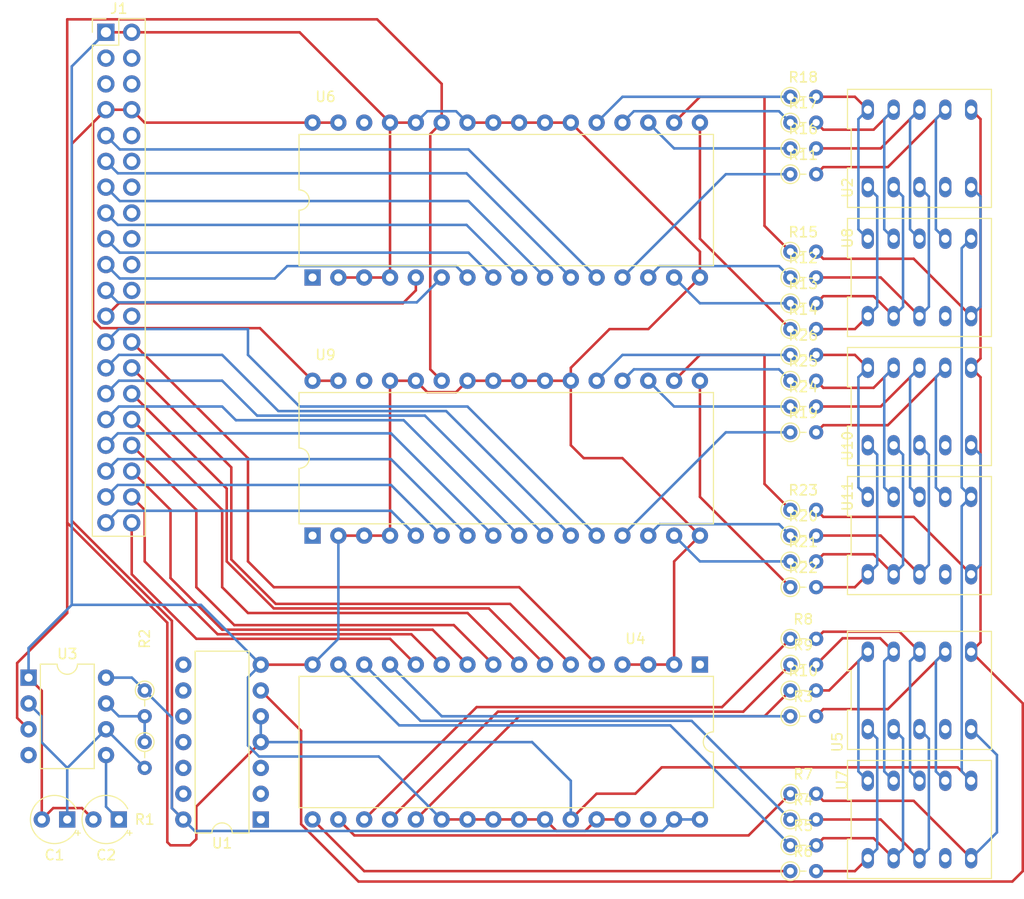
<source format=kicad_pcb>
(kicad_pcb (version 20211014) (generator pcbnew)
  (layers (0 "F.Cu" signal) (31 "B.Cu" signal) (34 "B.Paste" user) (35 "F.Paste" user) (36 "B.SilkS" user "B.Silkscreen") (37 "F.SilkS" user "F.Silkscreen") (38 "B.Mask" user) (39 "F.Mask" user) (44 "Edge.Cuts" user))
  (net 0 "")
  (net 1 "GND")
  (net 2 "Net-(C1-Pad1)")
  (net 4 "Net-(R1-Pad1)")
  (net 5 "+5V")
  (net 9 "Net-(R11-Pad1)")
  (net 18 "Net-(R11-Pad2)")
  (net 19 "Net-(U4-Pad13)")
  (net 20 "Net-(U4-Pad14)")
  (net 21 "Net-(U4-Pad15)")
  (net 22 "Net-(U4-Pad17)")
  (net 23 "Net-(U4-Pad18)")
  (net 24 "Net-(U4-Pad19)")
  (net 25 "Net-(U4-Pad20)")
  (net 26 "Net-(U4-Pad21)")
  (net 27 "Net-(R6-Pad2)")
  (net 28 "Net-(R5-Pad2)")
  (net 29 "Net-(R4-Pad2)")
  (net 30 "Net-(R7-Pad2)")
  (net 31 "Net-(R3-Pad2)")
  (net 32 "Net-(R8-Pad2)")
  (net 33 "Net-(R9-Pad2)")
  (net 34 "Net-(R10-Pad2)")
  (net 35 "Net-(C2-Pad1)")
  (net 36 "Net-(R12-Pad1)")
  (net 37 "Net-(R12-Pad2)")
  (net 38 "Net-(R13-Pad1)")
  (net 39 "Net-(R13-Pad2)")
  (net 40 "Net-(R14-Pad1)")
  (net 41 "Net-(R14-Pad2)")
  (net 42 "Net-(R15-Pad1)")
  (net 43 "Net-(R15-Pad2)")
  (net 44 "Net-(R16-Pad1)")
  (net 45 "Net-(R16-Pad2)")
  (net 46 "Net-(R17-Pad1)")
  (net 47 "Net-(R17-Pad2)")
  (net 48 "Net-(R18-Pad1)")
  (net 49 "Net-(R18-Pad2)")
  (net 50 "Net-(R19-Pad1)")
  (net 51 "Net-(R19-Pad2)")
  (net 52 "Net-(R20-Pad1)")
  (net 53 "Net-(R20-Pad2)")
  (net 54 "Net-(R21-Pad1)")
  (net 55 "Net-(R21-Pad2)")
  (net 56 "Net-(R22-Pad1)")
  (net 57 "Net-(R22-Pad2)")
  (net 58 "Net-(R23-Pad1)")
  (net 59 "Net-(R23-Pad2)")
  (net 60 "Net-(R24-Pad1)")
  (net 61 "Net-(R24-Pad2)")
  (net 62 "Net-(R25-Pad1)")
  (net 63 "Net-(R25-Pad2)")
  (net 64 "Net-(R26-Pad1)")
  (net 65 "Net-(R26-Pad2)")
  (net 66 "/D7")
  (net 67 "/D6")
  (net 68 "/D5")
  (net 69 "/D4")
  (net 70 "/D3")
  (net 71 "/D2")
  (net 72 "/D1")
  (net 73 "/D0")
  (net 75 "/A7")
  (net 76 "/A6")
  (net 77 "/A5")
  (net 78 "/A4")
  (net 79 "/A3")
  (net 80 "/A2")
  (net 81 "/A1")
  (net 82 "/A0")
  (net 85 "/A15")
  (net 86 "/A14")
  (net 87 "/A13")
  (net 88 "/A12")
  (net 89 "/A11")
  (net 90 "/A10")
  (net 91 "/A9")
  (net 92 "/A8")
  (net 112 "Net-(U1-Pad4)")
  (net 113 "Net-(U10-Pad6)")
  (footprint "Resistor_THT:R_Axial_DIN0204_L3.6mm_D1.6mm_P2.54mm_Vertical" (layer "F.Cu") (at 139.7 33.02)
    (fp_text reference "R18")
    (fp_text value "220")
  )
  (footprint "Resistor_THT:R_Axial_DIN0204_L3.6mm_D1.6mm_P2.54mm_Vertical" (layer "F.Cu") (at 76.2 96.52 -90)
    (fp_text reference "R1")
    (fp_text value "100K")
  )
  (footprint "Resistor_THT:R_Axial_DIN0204_L3.6mm_D1.6mm_P2.54mm_Vertical" (layer "F.Cu") (at 139.7 78.74)
    (fp_text reference "R21")
    (fp_text value "220")
  )
  (footprint "Resistor_THT:R_Axial_DIN0204_L3.6mm_D1.6mm_P2.54mm_Vertical" (layer "F.Cu") (at 139.7 60.96)
    (fp_text reference "R25")
    (fp_text value "220")
  )
  (footprint "Library:INND-TS40" (layer "F.Cu") (at 152.4 63.5)
    (fp_text reference "U10")
    (fp_text value "INND-TS40")
  )
  (footprint "Resistor_THT:R_Axial_DIN0204_L3.6mm_D1.6mm_P2.54mm_Vertical" (layer "F.Cu") (at 139.7 86.36)
    (fp_text reference "R8")
    (fp_text value "220")
  )
  (footprint "Resistor_THT:R_Axial_DIN0204_L3.6mm_D1.6mm_P2.54mm_Vertical" (layer "F.Cu") (at 139.7 58.42)
    (fp_text reference "R26")
    (fp_text value "220")
  )
  (footprint "Resistor_THT:R_Axial_DIN0204_L3.6mm_D1.6mm_P2.54mm_Vertical" (layer "F.Cu") (at 139.7 50.8)
    (fp_text reference "R12")
    (fp_text value "220")
  )
  (footprint "Resistor_THT:R_Axial_DIN0204_L3.6mm_D1.6mm_P2.54mm_Vertical" (layer "F.Cu") (at 139.7 104.14)
    (fp_text reference "R4")
    (fp_text value "220")
  )
  (footprint "Package_DIP:DIP-14_W7.62mm" (layer "F.Cu") (at 87.62 104.145 180)
    (fp_text reference "U1")
    (fp_text value "74LS00")
  )
  (footprint "Package_DIP:DIP-32_W15.24mm" (layer "F.Cu") (at 92.71 76.205 90)
    (fp_text reference "U9")
    (fp_text value "SST39SF010")
  )
  (footprint "Resistor_THT:R_Axial_DIN0204_L3.6mm_D1.6mm_P2.54mm_Vertical" (layer "F.Cu") (at 76.2 91.44 -90)
    (fp_text reference "R2")
    (fp_text value "1K")
  )
  (footprint "Library:INND-TS40" (layer "F.Cu") (at 152.4 91.44)
    (fp_text reference "U5")
    (fp_text value "INND-TS40")
  )
  (footprint "Library:INND-TS40" (layer "F.Cu") (at 152.4 104.14)
    (fp_text reference "U7")
    (fp_text value "INND-TS40")
  )
  (footprint "Resistor_THT:R_Axial_DIN0204_L3.6mm_D1.6mm_P2.54mm_Vertical" (layer "F.Cu") (at 139.7 93.98)
    (fp_text reference "R3")
    (fp_text value "220")
  )
  (footprint "Resistor_THT:R_Axial_DIN0204_L3.6mm_D1.6mm_P2.54mm_Vertical" (layer "F.Cu") (at 139.7 106.68)
    (fp_text reference "R5")
    (fp_text value "220")
  )
  (footprint "Package_DIP:DIP-8_W7.62mm" (layer "F.Cu") (at 64.78 90.18)
    (fp_text reference "U3")
    (fp_text value "NE555P")
  )
  (footprint "Resistor_THT:R_Axial_DIN0204_L3.6mm_D1.6mm_P2.54mm_Vertical" (layer "F.Cu") (at 139.7 88.9)
    (fp_text reference "R9")
    (fp_text value "220")
  )
  (footprint "Resistor_THT:R_Axial_DIN0204_L3.6mm_D1.6mm_P2.54mm_Vertical" (layer "F.Cu") (at 139.7 48.26)
    (fp_text reference "R15")
    (fp_text value "220")
  )
  (footprint "Resistor_THT:R_Axial_DIN0204_L3.6mm_D1.6mm_P2.54mm_Vertical" (layer "F.Cu") (at 139.7 55.88)
    (fp_text reference "R14")
    (fp_text value "220")
  )
  (footprint "Capacitor_THT:CP_Radial_Tantal_D4.5mm_P2.50mm" (layer "F.Cu") (at 73.66 104.14 180)
    (fp_text reference "C2")
    (fp_text value "10p")
  )
  (footprint "Resistor_THT:R_Axial_DIN0204_L3.6mm_D1.6mm_P2.54mm_Vertical" (layer "F.Cu") (at 139.7 66.04)
    (fp_text reference "R19")
    (fp_text value "220")
  )
  (footprint "Resistor_THT:R_Axial_DIN0204_L3.6mm_D1.6mm_P2.54mm_Vertical" (layer "F.Cu") (at 139.7 101.6)
    (fp_text reference "R7")
    (fp_text value "220")
  )
  (footprint "Connector_PinHeader_2.54mm:PinHeader_2x20_P2.54mm_Vertical" (layer "F.Cu") (at 72.385 26.675)
    (fp_text reference "J1")
    (fp_text value "Conn_02x20_Odd_Even" hide)
  )
  (footprint "Package_DIP:DIP-32_W15.24mm" (layer "F.Cu") (at 92.71 50.805 90)
    (fp_text reference "U6")
    (fp_text value "SST39SF010")
  )
  (footprint "Resistor_THT:R_Axial_DIN0204_L3.6mm_D1.6mm_P2.54mm_Vertical" (layer "F.Cu") (at 139.7 53.34)
    (fp_text reference "R13")
    (fp_text value "220")
  )
  (footprint "Resistor_THT:R_Axial_DIN0204_L3.6mm_D1.6mm_P2.54mm_Vertical" (layer "F.Cu") (at 139.7 91.44)
    (fp_text reference "R10")
    (fp_text value "220")
  )
  (footprint "Library:INND-TS40" (layer "F.Cu") (at 152.4 38.1)
    (fp_text reference "U2")
    (fp_text value "INND-TS40")
  )
  (footprint "Capacitor_THT:CP_Radial_Tantal_D4.5mm_P2.50mm" (layer "F.Cu") (at 68.58 104.14 180)
    (fp_text reference "C1")
    (fp_text value "10n")
  )
  (footprint "Package_DIP:DIP-32_W15.24mm" (layer "F.Cu") (at 130.81 88.895 -90)
    (fp_text reference "U4")
    (fp_text value "SST39SF010")
  )
  (footprint "Resistor_THT:R_Axial_DIN0204_L3.6mm_D1.6mm_P2.54mm_Vertical" (layer "F.Cu") (at 139.7 38.1)
    (fp_text reference "R16")
    (fp_text value "220")
  )
  (footprint "Resistor_THT:R_Axial_DIN0204_L3.6mm_D1.6mm_P2.54mm_Vertical" (layer "F.Cu") (at 139.7 109.22)
    (fp_text reference "R6")
    (fp_text value "220")
  )
  (footprint "Library:INND-TS40" (layer "F.Cu") (at 152.4 76.2)
    (fp_text reference "U11")
    (fp_text value "INND-TS40")
  )
  (footprint "Resistor_THT:R_Axial_DIN0204_L3.6mm_D1.6mm_P2.54mm_Vertical" (layer "F.Cu") (at 139.7 40.64)
    (fp_text reference "R11")
    (fp_text value "220")
  )
  (footprint "Library:INND-TS40" (layer "F.Cu") (at 152.4 50.8)
    (fp_text reference "U8")
    (fp_text value "INND-TS40")
  )
  (footprint "Resistor_THT:R_Axial_DIN0204_L3.6mm_D1.6mm_P2.54mm_Vertical" (layer "F.Cu") (at 139.7 73.66)
    (fp_text reference "R23")
    (fp_text value "220")
  )
  (footprint "Resistor_THT:R_Axial_DIN0204_L3.6mm_D1.6mm_P2.54mm_Vertical" (layer "F.Cu") (at 139.7 35.56)
    (fp_text reference "R17")
    (fp_text value "220")
  )
  (footprint "Resistor_THT:R_Axial_DIN0204_L3.6mm_D1.6mm_P2.54mm_Vertical" (layer "F.Cu") (at 139.7 63.5)
    (fp_text reference "R24")
    (fp_text value "220")
  )
  (footprint "Resistor_THT:R_Axial_DIN0204_L3.6mm_D1.6mm_P2.54mm_Vertical" (layer "F.Cu") (at 139.7 76.2)
    (fp_text reference "R20")
    (fp_text value "220")
  )
  (footprint "Resistor_THT:R_Axial_DIN0204_L3.6mm_D1.6mm_P2.54mm_Vertical" (layer "F.Cu") (at 139.7 81.28)
    (fp_text reference "R22")
    (fp_text value "220")
  )
  (segment (start 125.73 88.895) (end 128.27 88.895) (width 0.25) (layer "F.Cu") (net 1))
  (segment (start 123.185 68.58) (end 130.81 76.205) (width 0.25) (layer "F.Cu") (net 1))
  (segment (start 92.7 88.905) (end 92.71 88.895) (width 0.25) (layer "F.Cu") (net 1))
  (segment (start 121.92 55.88) (end 118.11 59.69) (width 0.25) (layer "F.Cu") (net 1))
  (segment (start 113.03 35.565) (end 110.49 35.565) (width 0.25) (layer "F.Cu") (net 1))
  (segment (start 125.735 55.88) (end 121.92 55.88) (width 0.25) (layer "F.Cu") (net 1))
  (segment (start 100.33 60.965) (end 102.87 60.965) (width 0.25) (layer "F.Cu") (net 1))
  (segment (start 102.87 60.965) (end 103.994511 62.089511) (width 0.25) (layer "F.Cu") (net 1))
  (segment (start 113.03 60.965) (end 110.49 60.965) (width 0.25) (layer "F.Cu") (net 1))
  (segment (start 91.44 26.675) (end 74.925 26.675) (width 0.25) (layer "F.Cu") (net 1))
  (segment (start 130.81 50.805) (end 125.735 55.88) (width 0.25) (layer "F.Cu") (net 1))
  (segment (start 97.79 50.805) (end 95.25 50.805) (width 0.25) (layer "F.Cu") (net 1))
  (segment (start 100.33 50.805) (end 97.79 50.805) (width 0.25) (layer "F.Cu") (net 1))
  (segment (start 71.16 104.14) (end 70.035489 103.015489) (width 0.25) (layer "F.Cu") (net 1))
  (segment (start 66.08 104.14) (end 66.08 91.48) (width 0.25) (layer "F.Cu") (net 1))
  (segment (start 110.49 104.135) (end 107.95 104.135) (width 0.25) (layer "F.Cu") (net 1))
  (segment (start 123.19 88.895) (end 125.73 88.895) (width 0.25) (layer "F.Cu") (net 1))
  (segment (start 107.95 104.135) (end 105.41 104.135) (width 0.25) (layer "F.Cu") (net 1))
  (segment (start 115.57 104.135) (end 113.03 104.135) (width 0.25) (layer "F.Cu") (net 1))
  (segment (start 100.33 50.805) (end 100.33 35.565) (width 0.25) (layer "F.Cu") (net 1))
  (segment (start 118.11 60.965) (end 118.11 67.31) (width 0.25) (layer "F.Cu") (net 1))
  (segment (start 115.57 35.565) (end 113.03 35.565) (width 0.25) (layer "F.Cu") (net 1))
  (segment (start 116.694511 105.259511) (end 115.57 104.135) (width 0.25) (layer "F.Cu") (net 1))
  (segment (start 119.525489 105.259511) (end 116.694511 105.259511) (width 0.25) (layer "F.Cu") (net 1))
  (segment (start 106.825489 62.089511) (end 107.95 60.965) (width 0.25) (layer "F.Cu") (net 1))
  (segment (start 115.57 60.965) (end 113.03 60.965) (width 0.25) (layer "F.Cu") (net 1))
  (segment (start 110.49 35.565) (end 107.95 35.565) (width 0.25) (layer "F.Cu") (net 1))
  (segment (start 66.08 91.48) (end 64.78 90.18) (width 0.25) (layer "F.Cu") (net 1))
  (segment (start 130.81 48.265) (end 118.11 35.565) (width 0.25) (layer "F.Cu") (net 1))
  (segment (start 100.33 35.565) (end 91.44 26.675) (width 0.25) (layer "F.Cu") (net 1))
  (segment (start 113.03 104.135) (end 110.49 104.135) (width 0.25) (layer "F.Cu") (net 1))
  (segment (start 130.81 50.805) (end 130.81 48.265) (width 0.25) (layer "F.Cu") (net 1))
  (segment (start 118.11 60.965) (end 115.57 60.965) (width 0.25) (layer "F.Cu") (net 1))
  (segment (start 119.38 68.58) (end 123.185 68.58) (width 0.25) (layer "F.Cu") (net 1))
  (segment (start 102.87 35.565) (end 100.33 35.565) (width 0.25) (layer "F.Cu") (net 1))
  (segment (start 118.11 59.69) (end 118.11 60.965) (width 0.25) (layer "F.Cu") (net 1))
  (segment (start 87.62 88.905) (end 92.7 88.905) (width 0.25) (layer "F.Cu") (net 1))
  (segment (start 103.994511 62.089511) (end 106.825489 62.089511) (width 0.25) (layer "F.Cu") (net 1))
  (segment (start 128.27 88.895) (end 128.27 78.745) (width 0.25) (layer "F.Cu") (net 1))
  (segment (start 100.33 76.205) (end 100.33 60.965) (width 0.25) (layer "F.Cu") (net 1))
  (segment (start 128.27 78.745) (end 130.81 76.205) (width 0.25) (layer "F.Cu") (net 1))
  (segment (start 95.25 76.205) (end 97.79 76.205) (width 0.25) (layer "F.Cu") (net 1))
  (segment (start 100.33 76.205) (end 97.79 76.205) (width 0.25) (layer "F.Cu") (net 1))
  (segment (start 120.65 104.135) (end 119.525489 105.259511) (width 0.25) (layer "F.Cu") (net 1))
  (segment (start 70.035489 103.015489) (end 67.204511 103.015489) (width 0.25) (layer "F.Cu") (net 1))
  (segment (start 67.204511 103.015489) (end 66.08 104.14) (width 0.25) (layer "F.Cu") (net 1))
  (segment (start 110.49 60.965) (end 107.95 60.965) (width 0.25) (layer "F.Cu") (net 1))
  (segment (start 72.385 26.675) (end 74.925 26.675) (width 0.25) (layer "F.Cu") (net 1))
  (segment (start 123.19 104.135) (end 120.65 104.135) (width 0.25) (layer "F.Cu") (net 1))
  (segment (start 118.11 35.565) (end 115.57 35.565) (width 0.25) (layer "F.Cu") (net 1))
  (segment (start 118.11 67.31) (end 119.38 68.58) (width 0.25) (layer "F.Cu") (net 1))
  (segment (start 105.41 104.135) (end 99.215489 97.940489) (width 0.25) (layer "B.Cu") (net 1))
  (segment (start 69.02952 30.03048) (end 72.385 26.675) (width 0.25) (layer "B.Cu") (net 1))
  (segment (start 99.215489 97.940489) (end 87.445189 97.940489) (width 0.25) (layer "B.Cu") (net 1))
  (segment (start 64.78 87.26404) (end 64.78 90.18) (width 0.25) (layer "B.Cu") (net 1))
  (segment (start 102.87 35.565) (end 103.994511 34.440489) (width 0.25) (layer "B.Cu") (net 1))
  (segment (start 69.02952 83.01452) (end 69.02952 30.03048) (width 0.25) (layer "B.Cu") (net 1))
  (segment (start 95.25 76.205) (end 95.25 86.355) (width 0.25) (layer "B.Cu") (net 1))
  (segment (start 87.445189 97.940489) (end 86.36 96.8553) (width 0.25) (layer "B.Cu") (net 1))
  (segment (start 95.25 86.355) (end 92.71 88.895) (width 0.25) (layer "B.Cu") (net 1))
  (segment (start 86.36 96.8553) (end 86.36 90.165) (width 0.25) (layer "B.Cu") (net 1))
  (segment (start 103.994511 34.440489) (end 106.825489 34.440489) (width 0.25) (layer "B.Cu") (net 1))
  (segment (start 69.02952 83.01452) (end 64.78 87.26404) (width 0.25) (layer "B.Cu") (net 1))
  (segment (start 69.02952 83.01452) (end 81.72952 83.01452) (width 0.25) (layer "B.Cu") (net 1))
  (segment (start 86.36 90.165) (end 87.62 88.905) (width 0.25) (layer "B.Cu") (net 1))
  (segment (start 81.72952 83.01452) (end 87.62 88.905) (width 0.25) (layer "B.Cu") (net 1))
  (segment (start 106.825489 34.440489) (end 107.95 35.565) (width 0.25) (layer "B.Cu") (net 1))
  (segment (start 68.6 99.06) (end 68.58 99.06) (width 0.25) (layer "B.Cu") (net 2))
  (segment (start 66.04 93.98) (end 64.78 92.72) (width 0.25) (layer "B.Cu") (net 2))
  (segment (start 66.04 96.52) (end 66.04 93.98) (width 0.25) (layer "B.Cu") (net 2))
  (segment (start 76.2 99.06) (end 72.4 95.26) (width 0.25) (layer "B.Cu") (net 2))
  (segment (start 72.4 95.26) (end 68.6 99.06) (width 0.25) (layer "B.Cu") (net 2))
  (segment (start 68.58 99.06) (end 68.58 104.14) (width 0.25) (layer "B.Cu") (net 2))
  (segment (start 68.58 99.06) (end 66.04 96.52) (width 0.25) (layer "B.Cu") (net 2))
  (segment (start 76.2 93.98) (end 73.66 93.98) (width 0.25) (layer "B.Cu") (net 4))
  (segment (start 76.2 93.98) (end 76.2 96.52) (width 0.25) (layer "B.Cu") (net 4))
  (segment (start 73.66 93.98) (end 72.4 92.72) (width 0.25) (layer "B.Cu") (net 4))
  (segment (start 69.02952 74.745237) (end 69.02952 37.65048) (width 0.25) (layer "F.Cu") (net 5))
  (segment (start 69.02952 37.65048) (end 72.385 34.295) (width 0.25) (layer "F.Cu") (net 5))
  (segment (start 71.898501 55.789511) (end 71.12 55.01101) (width 0.25) (layer "F.Cu") (net 5))
  (segment (start 92.71 60.965) (end 87.534511 55.789511) (width 0.25) (layer "F.Cu") (net 5))
  (segment (start 78.875489 84.591206) (end 69.02952 74.745237) (width 0.25) (layer "F.Cu") (net 5))
  (segment (start 76.195 35.565) (end 74.925 34.295) (width 0.25) (layer "F.Cu") (net 5))
  (segment (start 80 104.145) (end 78.875489 103.020489) (width 0.25) (layer "F.Cu") (net 5))
  (segment (start 71.12 55.01101) (end 71.12 35.56) (width 0.25) (layer "F.Cu") (net 5))
  (segment (start 78.875489 103.020489) (end 78.875489 84.591206) (width 0.25) (layer "F.Cu") (net 5))
  (segment (start 92.71 35.565) (end 76.195 35.565) (width 0.25) (layer "F.Cu") (net 5))
  (segment (start 95.25 35.565) (end 92.71 35.565) (width 0.25) (layer "F.Cu") (net 5))
  (segment (start 92.71 60.965) (end 95.25 60.965) (width 0.25) (layer "F.Cu") (net 5))
  (segment (start 87.534511 55.789511) (end 71.898501 55.789511) (width 0.25) (layer "F.Cu") (net 5))
  (segment (start 72.385 34.295) (end 74.925 34.295) (width 0.25) (layer "F.Cu") (net 5))
  (segment (start 71.12 35.56) (end 72.385 34.295) (width 0.25) (layer "F.Cu") (net 5))
  (segment (start 81.124511 105.269511) (end 127.135489 105.269511) (width 0.25) (layer "B.Cu") (net 5))
  (segment (start 72.4 90.18) (end 74.94 90.18) (width 0.25) (layer "B.Cu") (net 5))
  (segment (start 127.135489 105.269511) (end 128.27 104.135) (width 0.25) (layer "B.Cu") (net 5))
  (segment (start 78.875489 94.115489) (end 78.875489 103.020489) (width 0.25) (layer "B.Cu") (net 5))
  (segment (start 78.875489 103.020489) (end 80 104.145) (width 0.25) (layer "B.Cu") (net 5))
  (segment (start 130.81 104.135) (end 128.27 104.135) (width 0.25) (layer "B.Cu") (net 5))
  (segment (start 76.2 91.44) (end 78.875489 94.115489) (width 0.25) (layer "B.Cu") (net 5))
  (segment (start 74.94 90.18) (end 76.2 91.44) (width 0.25) (layer "B.Cu") (net 5))
  (segment (start 80 104.145) (end 81.124511 105.269511) (width 0.25) (layer "B.Cu") (net 5))
  (segment (start 139.7 40.64) (end 133.355 40.64) (width 0.25) (layer "B.Cu") (net 9))
  (segment (start 133.355 40.64) (end 123.19 50.805) (width 0.25) (layer "B.Cu") (net 9))
  (segment (start 149.29 39.94) (end 154.94 34.29) (width 0.25) (layer "F.Cu") (net 18))
  (segment (start 142.94 39.94) (end 149.29 39.94) (width 0.25) (layer "F.Cu") (net 18))
  (segment (start 142.24 40.64) (end 142.94 39.94) (width 0.25) (layer "F.Cu") (net 18))
  (segment (start 154.01548 35.21452) (end 154.01548 46.06548) (width 0.25) (layer "B.Cu") (net 18))
  (segment (start 154.94 34.29) (end 154.01548 35.21452) (width 0.25) (layer "B.Cu") (net 18))
  (segment (start 154.01548 46.06548) (end 154.94 46.99) (width 0.25) (layer "B.Cu") (net 18))
  (segment (start 100.33 88.895) (end 105.415 93.98) (width 0.25) (layer "B.Cu") (net 19))
  (segment (start 105.415 93.98) (end 139.7 93.98) (width 0.25) (layer "B.Cu") (net 19))
  (segment (start 103.32452 94.42952) (end 97.79 88.895) (width 0.25) (layer "B.Cu") (net 20))
  (segment (start 139.7 104.14) (end 129.98952 94.42952) (width 0.25) (layer "B.Cu") (net 20))
  (segment (start 129.98952 94.42952) (end 103.32452 94.42952) (width 0.25) (layer "B.Cu") (net 20))
  (segment (start 127.89904 94.87904) (end 139.7 106.68) (width 0.25) (layer "B.Cu") (net 21))
  (segment (start 101.23404 94.87904) (end 127.89904 94.87904) (width 0.25) (layer "B.Cu") (net 21))
  (segment (start 95.25 88.895) (end 101.23404 94.87904) (width 0.25) (layer "B.Cu") (net 21))
  (segment (start 97.795 109.22) (end 92.71 104.135) (width 0.25) (layer "F.Cu") (net 22))
  (segment (start 139.7 109.22) (end 97.795 109.22) (width 0.25) (layer "F.Cu") (net 22))
  (segment (start 139.7 101.6) (end 135.590969 105.709031) (width 0.25) (layer "F.Cu") (net 23))
  (segment (start 135.590969 105.709031) (end 96.824031 105.709031) (width 0.25) (layer "F.Cu") (net 23))
  (segment (start 96.824031 105.709031) (end 95.25 104.135) (width 0.25) (layer "F.Cu") (net 23))
  (segment (start 139.7 86.36) (end 132.97904 93.08096) (width 0.25) (layer "F.Cu") (net 24))
  (segment (start 108.84404 93.08096) (end 97.79 104.135) (width 0.25) (layer "F.Cu") (net 24))
  (segment (start 132.97904 93.08096) (end 108.84404 93.08096) (width 0.25) (layer "F.Cu") (net 24))
  (segment (start 139.7 88.9) (end 135.06952 93.53048) (width 0.25) (layer "F.Cu") (net 25))
  (segment (start 110.93452 93.53048) (end 100.33 104.135) (width 0.25) (layer "F.Cu") (net 25))
  (segment (start 135.06952 93.53048) (end 110.93452 93.53048) (width 0.25) (layer "F.Cu") (net 25))
  (segment (start 137.16 93.98) (end 113.025 93.98) (width 0.25) (layer "F.Cu") (net 26))
  (segment (start 139.7 91.44) (end 137.16 93.98) (width 0.25) (layer "F.Cu") (net 26))
  (segment (start 113.025 93.98) (end 102.87 104.135) (width 0.25) (layer "F.Cu") (net 26))
  (segment (start 146.05 109.22) (end 147.32 107.95) (width 0.25) (layer "F.Cu") (net 27))
  (segment (start 142.24 109.22) (end 146.05 109.22) (width 0.25) (layer "F.Cu") (net 27))
  (segment (start 148.24452 96.17452) (end 147.32 95.25) (width 0.25) (layer "B.Cu") (net 27))
  (segment (start 148.24452 96.17452) (end 148.24452 107.02548) (width 0.25) (layer "B.Cu") (net 27))
  (segment (start 148.24452 107.02548) (end 147.32 107.95) (width 0.25) (layer "B.Cu") (net 27))
  (segment (start 142.94 105.98) (end 147.89 105.98) (width 0.25) (layer "F.Cu") (net 28))
  (segment (start 147.89 105.98) (end 149.86 107.95) (width 0.25) (layer "F.Cu") (net 28))
  (segment (start 142.24 106.68) (end 142.94 105.98) (width 0.25) (layer "F.Cu") (net 28))
  (segment (start 150.78452 107.02548) (end 149.86 107.95) (width 0.25) (layer "B.Cu") (net 28))
  (segment (start 150.78452 96.17452) (end 149.86 95.25) (width 0.25) (layer "B.Cu") (net 28))
  (segment (start 150.78452 96.17452) (end 150.78452 107.02548) (width 0.25) (layer "B.Cu") (net 28))
  (segment (start 142.24 104.14) (end 148.59 104.14) (width 0.25) (layer "F.Cu") (net 29))
  (segment (start 148.59 104.14) (end 152.4 107.95) (width 0.25) (layer "F.Cu") (net 29))
  (segment (start 153.32452 96.17452) (end 153.32452 107.02548) (width 0.25) (layer "B.Cu") (net 29))
  (segment (start 153.32452 96.17452) (end 152.4 95.25) (width 0.25) (layer "B.Cu") (net 29))
  (segment (start 153.32452 107.02548) (end 152.4 107.95) (width 0.25) (layer "B.Cu") (net 29))
  (segment (start 151.83 102.3) (end 157.48 107.95) (width 0.25) (layer "F.Cu") (net 30))
  (segment (start 142.94 102.3) (end 151.83 102.3) (width 0.25) (layer "F.Cu") (net 30))
  (segment (start 142.24 101.6) (end 142.94 102.3) (width 0.25) (layer "F.Cu") (net 30))
  (segment (start 160.02 97.79) (end 160.02 105.41) (width 0.25) (layer "B.Cu") (net 30))
  (segment (start 157.48 95.25) (end 160.02 97.79) (width 0.25) (layer "B.Cu") (net 30))
  (segment (start 160.02 105.41) (end 157.48 107.95) (width 0.25) (layer "B.Cu") (net 30))
  (segment (start 142.94 93.28) (end 149.29 93.28) (width 0.25) (layer "F.Cu") (net 31))
  (segment (start 142.24 93.98) (end 142.94 93.28) (width 0.25) (layer "F.Cu") (net 31))
  (segment (start 149.29 93.28) (end 154.94 87.63) (width 0.25) (layer "F.Cu") (net 31))
  (segment (start 154.01548 88.55452) (end 154.01548 99.40548) (width 0.25) (layer "B.Cu") (net 31))
  (segment (start 154.01548 99.40548) (end 154.94 100.33) (width 0.25) (layer "B.Cu") (net 31))
  (segment (start 154.01548 88.55452) (end 154.94 87.63) (width 0.25) (layer "B.Cu") (net 31))
  (segment (start 142.94 85.66) (end 150.43 85.66) (width 0.25) (layer "F.Cu") (net 32))
  (segment (start 142.24 86.36) (end 142.94 85.66) (width 0.25) (layer "F.Cu") (net 32))
  (segment (start 150.43 85.66) (end 152.4 87.63) (width 0.25) (layer "F.Cu") (net 32))
  (segment (start 151.47548 99.40548) (end 152.4 100.33) (width 0.25) (layer "B.Cu") (net 32))
  (segment (start 151.47548 88.55452) (end 151.47548 99.40548) (width 0.25) (layer "B.Cu") (net 32))
  (segment (start 151.47548 88.55452) (end 152.4 87.63) (width 0.25) (layer "B.Cu") (net 32))
  (segment (start 144.83452 86.30548) (end 148.53548 86.30548) (width 0.25) (layer "F.Cu") (net 33))
  (segment (start 142.24 88.9) (end 144.83452 86.30548) (width 0.25) (layer "F.Cu") (net 33))
  (segment (start 148.53548 86.30548) (end 149.86 87.63) (width 0.25) (layer "F.Cu") (net 33))
  (segment (start 148.93548 99.40548) (end 149.86 100.33) (width 0.25) (layer "B.Cu") (net 33))
  (segment (start 148.93548 88.55452) (end 149.86 87.63) (width 0.25) (layer "B.Cu") (net 33))
  (segment (start 148.93548 88.55452) (end 148.93548 99.40548) (width 0.25) (layer "B.Cu") (net 33))
  (segment (start 143.51 91.44) (end 147.32 87.63) (width 0.25) (layer "F.Cu") (net 34))
  (segment (start 142.24 91.44) (end 143.51 91.44) (width 0.25) (layer "F.Cu") (net 34))
  (segment (start 146.39548 88.55452) (end 147.32 87.63) (width 0.25) (layer "B.Cu") (net 34))
  (segment (start 146.39548 88.55452) (end 146.39548 99.40548) (width 0.25) (layer "B.Cu") (net 34))
  (segment (start 146.39548 99.40548) (end 147.32 100.33) (width 0.25) (layer "B.Cu") (net 34))
  (segment (start 72.4 102.88) (end 73.66 104.14) (width 0.25) (layer "B.Cu") (net 35))
  (segment (start 72.4 97.8) (end 72.4 102.88) (width 0.25) (layer "B.Cu") (net 35))
  (segment (start 139.7 50.8) (end 138.580489 49.680489) (width 0.25) (layer "B.Cu") (net 36))
  (segment (start 126.854511 49.680489) (end 125.73 50.805) (width 0.25) (layer "B.Cu") (net 36))
  (segment (start 138.580489 49.680489) (end 126.854511 49.680489) (width 0.25) (layer "B.Cu") (net 36))
  (segment (start 142.24 50.8) (end 148.59 50.8) (width 0.25) (layer "F.Cu") (net 37))
  (segment (start 148.59 50.8) (end 152.4 54.61) (width 0.25) (layer "F.Cu") (net 37))
  (segment (start 153.32452 53.68548) (end 153.32452 42.83452) (width 0.25) (layer "B.Cu") (net 37))
  (segment (start 153.32452 42.83452) (end 152.4 41.91) (width 0.25) (layer "B.Cu") (net 37))
  (segment (start 152.4 54.61) (end 153.32452 53.68548) (width 0.25) (layer "B.Cu") (net 37))
  (segment (start 139.7 53.34) (end 130.805 53.34) (width 0.25) (layer "B.Cu") (net 38))
  (segment (start 130.805 53.34) (end 128.27 50.805) (width 0.25) (layer "B.Cu") (net 38))
  (segment (start 142.94 52.64) (end 147.89 52.64) (width 0.25) (layer "F.Cu") (net 39))
  (segment (start 147.89 52.64) (end 149.86 54.61) (width 0.25) (layer "F.Cu") (net 39))
  (segment (start 142.24 53.34) (end 142.94 52.64) (width 0.25) (layer "F.Cu") (net 39))
  (segment (start 150.78452 42.83452) (end 150.78452 53.68548) (width 0.25) (layer "B.Cu") (net 39))
  (segment (start 150.78452 53.68548) (end 149.86 54.61) (width 0.25) (layer "B.Cu") (net 39))
  (segment (start 149.86 41.91) (end 150.78452 42.83452) (width 0.25) (layer "B.Cu") (net 39))
  (segment (start 130.81 35.565) (end 130.81 46.99) (width 0.25) (layer "F.Cu") (net 40))
  (segment (start 130.81 46.99) (end 139.7 55.88) (width 0.25) (layer "F.Cu") (net 40))
  (segment (start 146.05 55.88) (end 147.32 54.61) (width 0.25) (layer "F.Cu") (net 41))
  (segment (start 142.24 55.88) (end 146.05 55.88) (width 0.25) (layer "F.Cu") (net 41))
  (segment (start 147.32 54.61) (end 148.24452 53.68548) (width 0.25) (layer "B.Cu") (net 41))
  (segment (start 148.24452 42.83452) (end 147.32 41.91) (width 0.25) (layer "B.Cu") (net 41))
  (segment (start 148.24452 53.68548) (end 148.24452 42.83452) (width 0.25) (layer "B.Cu") (net 41))
  (segment (start 137.16 33.02) (end 130.815 33.02) (width 0.25) (layer "F.Cu") (net 42))
  (segment (start 137.16 45.72) (end 137.16 33.02) (width 0.25) (layer "F.Cu") (net 42))
  (segment (start 130.815 33.02) (end 128.27 35.565) (width 0.25) (layer "F.Cu") (net 42))
  (segment (start 139.7 48.26) (end 137.16 45.72) (width 0.25) (layer "F.Cu") (net 42))
  (segment (start 151.83 48.96) (end 157.48 54.61) (width 0.25) (layer "F.Cu") (net 43))
  (segment (start 142.24 48.26) (end 142.94 48.96) (width 0.25) (layer "F.Cu") (net 43))
  (segment (start 142.94 48.96) (end 151.83 48.96) (width 0.25) (layer "F.Cu") (net 43))
  (segment (start 158.40452 42.83452) (end 157.48 41.91) (width 0.25) (layer "B.Cu") (net 43))
  (segment (start 158.40452 53.68548) (end 158.40452 42.83452) (width 0.25) (layer "B.Cu") (net 43))
  (segment (start 157.48 54.61) (end 158.40452 53.68548) (width 0.25) (layer "B.Cu") (net 43))
  (segment (start 139.7 38.1) (end 128.265 38.1) (width 0.25) (layer "B.Cu") (net 44))
  (segment (start 128.265 38.1) (end 125.73 35.565) (width 0.25) (layer "B.Cu") (net 44))
  (segment (start 148.59 38.1) (end 152.4 34.29) (width 0.25) (layer "F.Cu") (net 45))
  (segment (start 142.24 38.1) (end 148.59 38.1) (width 0.25) (layer "F.Cu") (net 45))
  (segment (start 151.47548 46.06548) (end 152.4 46.99) (width 0.25) (layer "B.Cu") (net 45))
  (segment (start 151.47548 35.21452) (end 152.4 34.29) (width 0.25) (layer "B.Cu") (net 45))
  (segment (start 151.47548 35.21452) (end 151.47548 46.06548) (width 0.25) (layer "B.Cu") (net 45))
  (segment (start 124.314511 34.440489) (end 138.580489 34.440489) (width 0.25) (layer "B.Cu") (net 46))
  (segment (start 138.580489 34.440489) (end 139.7 35.56) (width 0.25) (layer "B.Cu") (net 46))
  (segment (start 123.19 35.565) (end 124.314511 34.440489) (width 0.25) (layer "B.Cu") (net 46))
  (segment (start 142.24 35.56) (end 142.94 36.26) (width 0.25) (layer "F.Cu") (net 47))
  (segment (start 147.89 36.26) (end 149.86 34.29) (width 0.25) (layer "F.Cu") (net 47))
  (segment (start 142.94 36.26) (end 147.89 36.26) (width 0.25) (layer "F.Cu") (net 47))
  (segment (start 148.93548 35.21452) (end 149.86 34.29) (width 0.25) (layer "B.Cu") (net 47))
  (segment (start 148.93548 46.06548) (end 149.86 46.99) (width 0.25) (layer "B.Cu") (net 47))
  (segment (start 148.93548 35.21452) (end 148.93548 46.06548) (width 0.25) (layer "B.Cu") (net 47))
  (segment (start 123.195 33.02) (end 120.65 35.565) (width 0.25) (layer "B.Cu") (net 48))
  (segment (start 139.7 33.02) (end 123.195 33.02) (width 0.25) (layer "B.Cu") (net 48))
  (segment (start 142.24 33.02) (end 146.05 33.02) (width 0.25) (layer "F.Cu") (net 49))
  (segment (start 146.05 33.02) (end 147.32 34.29) (width 0.25) (layer "F.Cu") (net 49))
  (segment (start 146.39548 35.21452) (end 146.39548 46.06548) (width 0.25) (layer "B.Cu") (net 49))
  (segment (start 147.32 34.29) (end 146.39548 35.21452) (width 0.25) (layer "B.Cu") (net 49))
  (segment (start 146.39548 46.06548) (end 147.32 46.99) (width 0.25) (layer "B.Cu") (net 49))
  (segment (start 123.19 76.205) (end 133.355 66.04) (width 0.25) (layer "B.Cu") (net 50))
  (segment (start 133.355 66.04) (end 139.7 66.04) (width 0.25) (layer "B.Cu") (net 50))
  (segment (start 142.24 66.04) (end 142.94 65.34) (width 0.25) (layer "F.Cu") (net 51))
  (segment (start 149.29 65.34) (end 154.94 59.69) (width 0.25) (layer "F.Cu") (net 51))
  (segment (start 142.94 65.34) (end 149.29 65.34) (width 0.25) (layer "F.Cu") (net 51))
  (segment (start 154.94 59.69) (end 154.01548 60.61452) (width 0.25) (layer "B.Cu") (net 51))
  (segment (start 154.01548 60.61452) (end 154.01548 71.46548) (width 0.25) (layer "B.Cu") (net 51))
  (segment (start 154.01548 71.46548) (end 154.94 72.39) (width 0.25) (layer "B.Cu") (net 51))
  (segment (start 138.580489 75.080489) (end 139.7 76.2) (width 0.25) (layer "B.Cu") (net 52))
  (segment (start 126.854511 75.080489) (end 138.580489 75.080489) (width 0.25) (layer "B.Cu") (net 52))
  (segment (start 125.73 76.205) (end 126.854511 75.080489) (width 0.25) (layer "B.Cu") (net 52))
  (segment (start 142.24 76.2) (end 148.59 76.2) (width 0.25) (layer "F.Cu") (net 53))
  (segment (start 148.59 76.2) (end 152.4 80.01) (width 0.25) (layer "F.Cu") (net 53))
  (segment (start 153.32452 68.23452) (end 153.32452 79.08548) (width 0.25) (layer "B.Cu") (net 53))
  (segment (start 153.32452 79.08548) (end 152.4 80.01) (width 0.25) (layer "B.Cu") (net 53))
  (segment (start 152.4 67.31) (end 153.32452 68.23452) (width 0.25) (layer "B.Cu") (net 53))
  (segment (start 130.805 78.74) (end 139.7 78.74) (width 0.25) (layer "B.Cu") (net 54))
  (segment (start 128.27 76.205) (end 130.805 78.74) (width 0.25) (layer "B.Cu") (net 54))
  (segment (start 142.94 78.04) (end 147.89 78.04) (width 0.25) (layer "F.Cu") (net 55))
  (segment (start 142.24 78.74) (end 142.94 78.04) (width 0.25) (layer "F.Cu") (net 55))
  (segment (start 147.89 78.04) (end 149.86 80.01) (width 0.25) (layer "F.Cu") (net 55))
  (segment (start 150.78452 79.08548) (end 149.86 80.01) (width 0.25) (layer "B.Cu") (net 55))
  (segment (start 149.86 67.31) (end 150.78452 68.23452) (width 0.25) (layer "B.Cu") (net 55))
  (segment (start 150.78452 68.23452) (end 150.78452 79.08548) (width 0.25) (layer "B.Cu") (net 55))
  (segment (start 139.7 81.28) (end 130.81 72.39) (width 0.25) (layer "F.Cu") (net 56))
  (segment (start 130.81 72.39) (end 130.81 60.965) (width 0.25) (layer "F.Cu") (net 56))
  (segment (start 146.05 81.28) (end 147.32 80.01) (width 0.25) (layer "F.Cu") (net 57))
  (segment (start 142.24 81.28) (end 146.05 81.28) (width 0.25) (layer "F.Cu") (net 57))
  (segment (start 147.32 67.31) (end 148.24452 68.23452) (width 0.25) (layer "B.Cu") (net 57))
  (segment (start 148.24452 79.08548) (end 147.32 80.01) (width 0.25) (layer "B.Cu") (net 57))
  (segment (start 148.24452 68.23452) (end 148.24452 79.08548) (width 0.25) (layer "B.Cu") (net 57))
  (segment (start 139.7 73.66) (end 137.16 71.12) (width 0.25) (layer "F.Cu") (net 58))
  (segment (start 137.16 71.12) (end 137.16 58.42) (width 0.25) (layer "F.Cu") (net 58))
  (segment (start 130.815 58.42) (end 128.27 60.965) (width 0.25) (layer "F.Cu") (net 58))
  (segment (start 137.16 58.42) (end 130.815 58.42) (width 0.25) (layer "F.Cu") (net 58))
  (segment (start 142.94 74.36) (end 151.83 74.36) (width 0.25) (layer "F.Cu") (net 59))
  (segment (start 142.24 73.66) (end 142.94 74.36) (width 0.25) (layer "F.Cu") (net 59))
  (segment (start 151.83 74.36) (end 157.48 80.01) (width 0.25) (layer "F.Cu") (net 59))
  (segment (start 157.48 80.01) (end 158.40452 79.08548) (width 0.25) (layer "B.Cu") (net 59))
  (segment (start 158.40452 68.23452) (end 157.48 67.31) (width 0.25) (layer "B.Cu") (net 59))
  (segment (start 158.40452 79.08548) (end 158.40452 68.23452) (width 0.25) (layer "B.Cu") (net 59))
  (segment (start 128.265 63.5) (end 139.7 63.5) (width 0.25) (layer "B.Cu") (net 60))
  (segment (start 125.73 60.965) (end 128.265 63.5) (width 0.25) (layer "B.Cu") (net 60))
  (segment (start 142.24 63.5) (end 148.59 63.5) (width 0.25) (layer "F.Cu") (net 61))
  (segment (start 148.59 63.5) (end 152.4 59.69) (width 0.25) (layer "F.Cu") (net 61))
  (segment (start 151.47548 71.46548) (end 152.4 72.39) (width 0.25) (layer "B.Cu") (net 61))
  (segment (start 151.47548 60.61452) (end 151.47548 71.46548) (width 0.25) (layer "B.Cu") (net 61))
  (segment (start 152.4 59.69) (end 151.47548 60.61452) (width 0.25) (layer "B.Cu") (net 61))
  (segment (start 138.580489 59.840489) (end 124.314511 59.840489) (width 0.25) (layer "B.Cu") (net 62))
  (segment (start 139.7 60.96) (end 138.580489 59.840489) (width 0.25) (layer "B.Cu") (net 62))
  (segment (start 124.314511 59.840489) (end 123.19 60.965) (width 0.25) (layer "B.Cu") (net 62))
  (segment (start 142.94 61.66) (end 147.89 61.66) (width 0.25) (layer "F.Cu") (net 63))
  (segment (start 142.24 60.96) (end 142.94 61.66) (width 0.25) (layer "F.Cu") (net 63))
  (segment (start 147.89 61.66) (end 149.86 59.69) (width 0.25) (layer "F.Cu") (net 63))
  (segment (start 149.86 59.69) (end 148.93548 60.61452) (width 0.25) (layer "B.Cu") (net 63))
  (segment (start 148.93548 71.46548) (end 149.86 72.39) (width 0.25) (layer "B.Cu") (net 63))
  (segment (start 148.93548 60.61452) (end 148.93548 71.46548) (width 0.25) (layer "B.Cu") (net 63))
  (segment (start 123.195 58.42) (end 120.65 60.965) (width 0.25) (layer "B.Cu") (net 64))
  (segment (start 139.7 58.42) (end 123.195 58.42) (width 0.25) (layer "B.Cu") (net 64))
  (segment (start 146.05 58.42) (end 147.32 59.69) (width 0.25) (layer "F.Cu") (net 65))
  (segment (start 142.24 58.42) (end 146.05 58.42) (width 0.25) (layer "F.Cu") (net 65))
  (segment (start 146.39548 60.61452) (end 146.39548 71.46548) (width 0.25) (layer "B.Cu") (net 65))
  (segment (start 147.32 59.69) (end 146.39548 60.61452) (width 0.25) (layer "B.Cu") (net 65))
  (segment (start 146.39548 71.46548) (end 147.32 72.39) (width 0.25) (layer "B.Cu") (net 65))
  (segment (start 86.36 78.74) (end 86.36 68.58) (width 0.25) (layer "F.Cu") (net 66))
  (segment (start 113.035 81.28) (end 88.9 81.28) (width 0.25) (layer "F.Cu") (net 66))
  (segment (start 88.9 81.28) (end 86.36 78.74) (width 0.25) (layer "F.Cu") (net 66))
  (segment (start 86.36 68.58) (end 86.35 68.58) (width 0.25) (layer "F.Cu") (net 66))
  (segment (start 120.65 88.895) (end 113.035 81.28) (width 0.25) (layer "F.Cu") (net 66))
  (segment (start 86.35 68.58) (end 74.925 57.155) (width 0.25) (layer "F.Cu") (net 66))
  (segment (start 112.13596 82.92096) (end 89.086198 82.92096) (width 0.25) (layer "F.Cu") (net 67))
  (segment (start 84.71904 69.48904) (end 74.925 59.695) (width 0.25) (layer "F.Cu") (net 67))
  (segment (start 84.71904 78.553802) (end 84.71904 69.48904) (width 0.25) (layer "F.Cu") (net 67))
  (segment (start 118.11 88.895) (end 112.13596 82.92096) (width 0.25) (layer "F.Cu") (net 67))
  (segment (start 89.086198 82.92096) (end 84.71904 78.553802) (width 0.25) (layer "F.Cu") (net 67))
  (segment (start 84.26952 71.57952) (end 74.925 62.235) (width 0.25) (layer "F.Cu") (net 68))
  (segment (start 115.57 88.895) (end 110.04548 83.37048) (width 0.25) (layer "F.Cu") (net 68))
  (segment (start 110.04548 83.37048) (end 88.9 83.37048) (width 0.25) (layer "F.Cu") (net 68))
  (segment (start 88.9 83.37048) (end 84.26952 78.74) (width 0.25) (layer "F.Cu") (net 68))
  (segment (start 84.26952 78.74) (end 84.26952 71.57952) (width 0.25) (layer "F.Cu") (net 68))
  (segment (start 107.955 83.82) (end 86.36 83.82) (width 0.25) (layer "F.Cu") (net 69))
  (segment (start 83.82 73.66) (end 83.81 73.66) (width 0.25) (layer "F.Cu") (net 69))
  (segment (start 83.82 81.28) (end 83.82 73.66) (width 0.25) (layer "F.Cu") (net 69))
  (segment (start 113.03 88.895) (end 107.955 83.82) (width 0.25) (layer "F.Cu") (net 69))
  (segment (start 83.81 73.66) (end 74.925 64.775) (width 0.25) (layer "F.Cu") (net 69))
  (segment (start 86.36 83.82) (end 83.82 81.28) (width 0.25) (layer "F.Cu") (net 69))
  (segment (start 81.27 73.66) (end 74.925 67.315) (width 0.25) (layer "F.Cu") (net 70))
  (segment (start 110.49 88.895) (end 106.60644 85.01144) (width 0.25) (layer "F.Cu") (net 70))
  (segment (start 81.28 73.66) (end 81.27 73.66) (width 0.25) (layer "F.Cu") (net 70))
  (segment (start 106.60644 85.01144) (end 85.01144 85.01144) (width 0.25) (layer "F.Cu") (net 70))
  (segment (start 81.28 81.28) (end 81.28 73.66) (width 0.25) (layer "F.Cu") (net 70))
  (segment (start 85.01144 85.01144) (end 81.28 81.28) (width 0.25) (layer "F.Cu") (net 70))
  (segment (start 78.74 73.67) (end 74.925 69.855) (width 0.25) (layer "F.Cu") (net 71))
  (segment (start 83.82 85.46096) (end 78.74 80.38096) (width 0.25) (layer "F.Cu") (net 71))
  (segment (start 107.95 88.895) (end 104.51596 85.46096) (width 0.25) (layer "F.Cu") (net 71))
  (segment (start 104.51596 85.46096) (end 83.82 85.46096) (width 0.25) (layer "F.Cu") (net 71))
  (segment (start 78.74 80.38096) (end 78.74 73.67) (width 0.25) (layer "F.Cu") (net 71))
  (segment (start 76.2 73.67) (end 76.2 78.74) (width 0.25) (layer "F.Cu") (net 72))
  (segment (start 76.2 78.74) (end 83.37048 85.91048) (width 0.25) (layer "F.Cu") (net 72))
  (segment (start 74.925 72.395) (end 76.2 73.67) (width 0.25) (layer "F.Cu") (net 72))
  (segment (start 83.37048 85.91048) (end 102.42548 85.91048) (width 0.25) (layer "F.Cu") (net 72))
  (segment (start 102.42548 85.91048) (end 105.41 88.895) (width 0.25) (layer "F.Cu") (net 72))
  (segment (start 102.87 88.895) (end 100.335 86.36) (width 0.25) (layer "F.Cu") (net 73))
  (segment (start 74.925 80.005) (end 74.925 74.935) (width 0.25) (layer "F.Cu") (net 73))
  (segment (start 81.28 86.36) (end 74.925 80.005) (width 0.25) (layer "F.Cu") (net 73))
  (segment (start 100.335 86.36) (end 81.28 86.36) (width 0.25) (layer "F.Cu") (net 73))
  (segment (start 101.6 53.34) (end 102.87 52.07) (width 0.25) (layer "F.Cu") (net 75))
  (segment (start 72.385 54.615) (end 73.66 53.34) (width 0.25) (layer "F.Cu") (net 75))
  (segment (start 73.66 53.34) (end 101.6 53.34) (width 0.25) (layer "F.Cu") (net 75))
  (segment (start 102.87 52.07) (end 102.87 50.805) (width 0.25) (layer "F.Cu") (net 75))
  (segment (start 73.559511 53.249511) (end 102.965489 53.249511) (width 0.25) (layer "B.Cu") (net 76))
  (segment (start 72.385 52.075) (end 73.559511 53.249511) (width 0.25) (layer "B.Cu") (net 76))
  (segment (start 102.965489 53.249511) (end 105.41 50.805) (width 0.25) (layer "B.Cu") (net 76))
  (segment (start 73.750489 50.900489) (end 89.000489 50.900489) (width 0.25) (layer "B.Cu") (net 77))
  (segment (start 106.825489 49.680489) (end 107.95 50.805) (width 0.25) (layer "B.Cu") (net 77))
  (segment (start 90.220489 49.680489) (end 106.825489 49.680489) (width 0.25) (layer "B.Cu") (net 77))
  (segment (start 89.000489 50.900489) (end 90.220489 49.680489) (width 0.25) (layer "B.Cu") (net 77))
  (segment (start 72.385 49.535) (end 73.750489 50.900489) (width 0.25) (layer "B.Cu") (net 77))
  (segment (start 72.385 46.995) (end 73.750489 48.360489) (width 0.25) (layer "B.Cu") (net 78))
  (segment (start 108.045489 48.360489) (end 110.49 50.805) (width 0.25) (layer "B.Cu") (net 78))
  (segment (start 73.750489 48.360489) (end 108.045489 48.360489) (width 0.25) (layer "B.Cu") (net 78))
  (segment (start 107.854511 45.629511) (end 73.559511 45.629511) (width 0.25) (layer "B.Cu") (net 79))
  (segment (start 113.03 50.805) (end 107.854511 45.629511) (width 0.25) (layer "B.Cu") (net 79))
  (segment (start 73.559511 45.629511) (end 72.385 44.455) (width 0.25) (layer "B.Cu") (net 79))
  (segment (start 72.385 41.915) (end 73.750489 43.280489) (width 0.25) (layer "B.Cu") (net 80))
  (segment (start 108.045489 43.280489) (end 115.57 50.805) (width 0.25) (layer "B.Cu") (net 80))
  (segment (start 73.750489 43.280489) (end 108.045489 43.280489) (width 0.25) (layer "B.Cu") (net 80))
  (segment (start 118.11 50.805) (end 107.854511 40.549511) (width 0.25) (layer "B.Cu") (net 81))
  (segment (start 73.559511 40.549511) (end 72.385 39.375) (width 0.25) (layer "B.Cu") (net 81))
  (segment (start 107.854511 40.549511) (end 73.559511 40.549511) (width 0.25) (layer "B.Cu") (net 81))
  (segment (start 72.385 36.835) (end 73.750489 38.200489) (width 0.25) (layer "B.Cu") (net 82))
  (segment (start 73.750489 38.200489) (end 108.045489 38.200489) (width 0.25) (layer "B.Cu") (net 82))
  (segment (start 108.045489 38.200489) (end 120.65 50.805) (width 0.25) (layer "B.Cu") (net 82))
  (segment (start 100.425489 73.760489) (end 73.559511 73.760489) (width 0.25) (layer "B.Cu") (net 85))
  (segment (start 102.87 76.205) (end 100.425489 73.760489) (width 0.25) (layer "B.Cu") (net 85))
  (segment (start 73.559511 73.760489) (end 72.385 74.935) (width 0.25) (layer "B.Cu") (net 85))
  (segment (start 105.41 76.205) (end 100.425489 71.220489) (width 0.25) (layer "B.Cu") (net 86))
  (segment (start 100.425489 71.220489) (end 73.559511 71.220489) (width 0.25) (layer "B.Cu") (net 86))
  (segment (start 73.559511 71.220489) (end 72.385 72.395) (width 0.25) (layer "B.Cu") (net 86))
  (segment (start 107.95 76.205) (end 100.425489 68.680489) (width 0.25) (layer "B.Cu") (net 87))
  (segment (start 73.559511 68.680489) (end 72.385 69.855) (width 0.25) (layer "B.Cu") (net 87))
  (segment (start 100.425489 68.680489) (end 73.559511 68.680489) (width 0.25) (layer "B.Cu") (net 87))
  (segment (start 100.425489 66.140489) (end 73.559511 66.140489) (width 0.25) (layer "B.Cu") (net 88))
  (segment (start 73.559511 66.140489) (end 72.385 67.315) (width 0.25) (layer "B.Cu") (net 88))
  (segment (start 110.49 76.205) (end 100.425489 66.140489) (width 0.25) (layer "B.Cu") (net 88))
  (segment (start 85.16856 64.84856) (end 83.82 63.5) (width 0.25) (layer "B.Cu") (net 89))
  (segment (start 113.03 76.205) (end 101.67356 64.84856) (width 0.25) (layer "B.Cu") (net 89))
  (segment (start 83.82 63.5) (end 73.66 63.5) (width 0.25) (layer "B.Cu") (net 89))
  (segment (start 73.66 63.5) (end 72.385 64.775) (width 0.25) (layer "B.Cu") (net 89))
  (segment (start 101.67356 64.84856) (end 85.16856 64.84856) (width 0.25) (layer "B.Cu") (net 89))
  (segment (start 83.82 60.96) (end 73.66 60.96) (width 0.25) (layer "B.Cu") (net 90))
  (segment (start 115.57 76.205) (end 103.76404 64.39904) (width 0.25) (layer "B.Cu") (net 90))
  (segment (start 73.66 60.96) (end 72.385 62.235) (width 0.25) (layer "B.Cu") (net 90))
  (segment (start 87.25904 64.39904) (end 83.82 60.96) (width 0.25) (layer "B.Cu") (net 90))
  (segment (start 103.76404 64.39904) (end 87.25904 64.39904) (width 0.25) (layer "B.Cu") (net 90))
  (segment (start 118.11 76.205) (end 105.85452 63.94952) (width 0.25) (layer "B.Cu") (net 91))
  (segment (start 89.34952 63.94952) (end 83.82 58.42) (width 0.25) (layer "B.Cu") (net 91))
  (segment (start 105.85452 63.94952) (end 89.34952 63.94952) (width 0.25) (layer "B.Cu") (net 91))
  (segment (start 83.82 58.42) (end 73.66 58.42) (width 0.25) (layer "B.Cu") (net 91))
  (segment (start 73.66 58.42) (end 72.385 59.695) (width 0.25) (layer "B.Cu") (net 91))
  (segment (start 120.65 76.205) (end 107.945 63.5) (width 0.25) (layer "B.Cu") (net 92))
  (segment (start 107.945 63.5) (end 91.44 63.5) (width 0.25) (layer "B.Cu") (net 92))
  (segment (start 73.66 55.88) (end 72.385 57.155) (width 0.25) (layer "B.Cu") (net 92))
  (segment (start 86.36 55.88) (end 73.66 55.88) (width 0.25) (layer "B.Cu") (net 92))
  (segment (start 86.36 58.42) (end 86.36 55.88) (width 0.25) (layer "B.Cu") (net 92))
  (segment (start 91.44 63.5) (end 86.36 58.42) (width 0.25) (layer "B.Cu") (net 92))
  (segment (start 127.05452 99.00548) (end 124.46 101.6) (width 0.25) (layer "F.Cu") (net 112))
  (segment (start 120.645 101.6) (end 118.11 104.135) (width 0.25) (layer "F.Cu") (net 112))
  (segment (start 78.425969 84.777404) (end 78.425969 106.365969) (width 0.25) (layer "F.Cu") (net 112))
  (segment (start 81.28 102.865) (end 87.62 96.525) (width 0.25) (layer "F.Cu") (net 112))
  (segment (start 99.06 25.4) (end 68.58 25.4) (width 0.25) (layer "F.Cu") (net 112))
  (segment (start 105.41 35.565) (end 105.41 31.75) (width 0.25) (layer "F.Cu") (net 112))
  (segment (start 68.843323 75.194757) (end 78.425969 84.777404) (width 0.25) (layer "F.Cu") (net 112))
  (segment (start 68.58 83.82) (end 63.655489 88.744511) (width 0.25) (layer "F.Cu") (net 112))
  (segment (start 78.74 106.68) (end 80.660718 106.68) (width 0.25) (layer "F.Cu") (net 112))
  (segment (start 68.58 74.931435) (end 68.58 83.82) (width 0.25) (layer "F.Cu") (net 112))
  (segment (start 104.285489 59.840489) (end 105.41 60.965) (width 0.25) (layer "F.Cu") (net 112))
  (segment (start 156.15548 99.00548) (end 127.05452 99.00548) (width 0.25) (layer "F.Cu") (net 112))
  (segment (start 105.41 31.75) (end 99.06 25.4) (width 0.25) (layer "F.Cu") (net 112))
  (segment (start 104.285489 36.689511) (end 104.285489 59.840489) (width 0.25) (layer "F.Cu") (net 112))
  (segment (start 78.425969 106.365969) (end 78.74 106.68) (width 0.25) (layer "F.Cu") (net 112))
  (segment (start 124.46 101.6) (end 120.645 101.6) (width 0.25) (layer "F.Cu") (net 112))
  (segment (start 81.28 106.060718) (end 81.28 102.865) (width 0.25) (layer "F.Cu") (net 112))
  (segment (start 80.660718 106.68) (end 81.28 106.060718) (width 0.25) (layer "F.Cu") (net 112))
  (segment (start 157.48 100.33) (end 156.15548 99.00548) (width 0.25) (layer "F.Cu") (net 112))
  (segment (start 68.58 25.4) (end 68.58 74.931435) (width 0.25) (layer "F.Cu") (net 112))
  (segment (start 105.41 35.565) (end 104.285489 36.689511) (width 0.25) (layer "F.Cu") (net 112))
  (segment (start 63.655489 94.135489) (end 64.78 95.26) (width 0.25) (layer "F.Cu") (net 112))
  (segment (start 63.655489 88.744511) (end 63.655489 94.135489) (width 0.25) (layer "F.Cu") (net 112))
  (segment (start 68.58 74.931435) (end 68.843323 75.194757) (width 0.25) (layer "F.Cu") (net 112))
  (segment (start 114.295 96.525) (end 87.62 96.525) (width 0.25) (layer "B.Cu") (net 112))
  (segment (start 156.55548 47.91452) (end 156.55548 71.46548) (width 0.25) (layer "B.Cu") (net 112))
  (segment (start 114.3 96.52) (end 114.295 96.525) (width 0.25) (layer "B.Cu") (net 112))
  (segment (start 118.11 100.33) (end 114.3 96.52) (width 0.25) (layer "B.Cu") (net 112))
  (segment (start 157.48 72.39) (end 156.55548 73.31452) (width 0.25) (layer "B.Cu") (net 112))
  (segment (start 156.55548 73.31452) (end 156.55548 99.40548) (width 0.25) (layer "B.Cu") (net 112))
  (segment (start 156.55548 71.46548) (end 157.48 72.39) (width 0.25) (layer "B.Cu") (net 112))
  (segment (start 156.55548 99.40548) (end 157.48 100.33) (width 0.25) (layer "B.Cu") (net 112))
  (segment (start 87.62 93.985) (end 87.62 96.525) (width 0.25) (layer "B.Cu") (net 112))
  (segment (start 118.11 104.135) (end 118.11 100.33) (width 0.25) (layer "B.Cu") (net 112))
  (segment (start 157.48 46.99) (end 156.55548 47.91452) (width 0.25) (layer "B.Cu") (net 112))
  (segment (start 158.40452 86.70548) (end 158.40452 60.61452) (width 0.25) (layer "F.Cu") (net 113))
  (segment (start 158.40452 35.21452) (end 158.40452 58.76548) (width 0.25) (layer "F.Cu") (net 113))
  (segment (start 91.585489 95.410489) (end 87.62 91.445) (width 0.25) (layer "F.Cu") (net 113))
  (segment (start 161.535489 110.244511) (end 162.56 109.22) (width 0.25) (layer "F.Cu") (net 113))
  (segment (start 91.585489 104.600789) (end 91.585489 95.410489) (width 0.25) (layer "F.Cu") (net 113))
  (segment (start 97.229211 110.244511) (end 91.585489 104.600789) (width 0.25) (layer "F.Cu") (net 113))
  (segment (start 162.56 92.71) (end 157.48 87.63) (width 0.25) (layer "F.Cu") (net 113))
  (segment (start 161.535489 110.244511) (end 97.229211 110.244511) (width 0.25) (layer "F.Cu") (net 113))
  (segment (start 162.56 109.22) (end 162.56 92.71) (width 0.25) (layer "F.Cu") (net 113))
  (segment (start 157.48 34.29) (end 158.40452 35.21452) (width 0.25) (layer "F.Cu") (net 113))
  (segment (start 157.48 87.63) (end 158.40452 86.70548) (width 0.25) (layer "F.Cu") (net 113))
  (segment (start 158.40452 58.76548) (end 157.48 59.69) (width 0.25) (layer "F.Cu") (net 113))
  (segment (start 158.40452 60.61452) (end 157.48 59.69) (width 0.25) (layer "F.Cu") (net 113))
)
</source>
